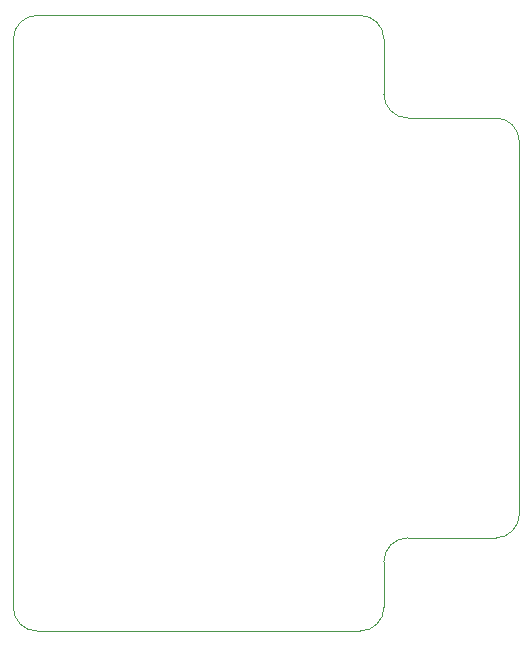
<source format=gbr>
%TF.GenerationSoftware,KiCad,Pcbnew,8.0.2*%
%TF.CreationDate,2024-05-07T14:35:48-05:00*%
%TF.ProjectId,CERBERUS 2100 Blinky,43455242-4552-4555-9320-323130302042,rev?*%
%TF.SameCoordinates,Original*%
%TF.FileFunction,Profile,NP*%
%FSLAX46Y46*%
G04 Gerber Fmt 4.6, Leading zero omitted, Abs format (unit mm)*
G04 Created by KiCad (PCBNEW 8.0.2) date 2024-05-07 14:35:48*
%MOMM*%
%LPD*%
G01*
G04 APERTURE LIST*
%TA.AperFunction,Profile*%
%ADD10C,0.100000*%
%TD*%
G04 APERTURE END LIST*
D10*
X120680334Y-102140000D02*
G75*
G02*
X118680334Y-104140034I-2000034J0D01*
G01*
X109220000Y-106140000D02*
X109220000Y-110022734D01*
X77838466Y-61909866D02*
G75*
G02*
X79838466Y-59909866I2000034J-34D01*
G01*
X77838466Y-110022734D02*
X77838466Y-61909866D01*
X109220000Y-61909866D02*
X109220000Y-66580000D01*
X118680334Y-68580000D02*
G75*
G02*
X120680300Y-70580000I-34J-2000000D01*
G01*
X79838466Y-112022734D02*
G75*
G02*
X77838466Y-110022734I34J2000034D01*
G01*
X109220000Y-110022734D02*
G75*
G02*
X107220000Y-112022700I-2000000J34D01*
G01*
X107220000Y-112022734D02*
X79838466Y-112022734D01*
X111220000Y-68580000D02*
G75*
G02*
X109220000Y-66580000I0J2000000D01*
G01*
X120680334Y-70580000D02*
X120680334Y-102140000D01*
X79838466Y-59909866D02*
X107220000Y-59909866D01*
X118680334Y-104140000D02*
X111220000Y-104140000D01*
X111220000Y-68580000D02*
X118680334Y-68580000D01*
X107220000Y-59909866D02*
G75*
G02*
X109220034Y-61909866I0J-2000034D01*
G01*
X109220000Y-106140000D02*
G75*
G02*
X111220000Y-104140000I2000000J0D01*
G01*
M02*

</source>
